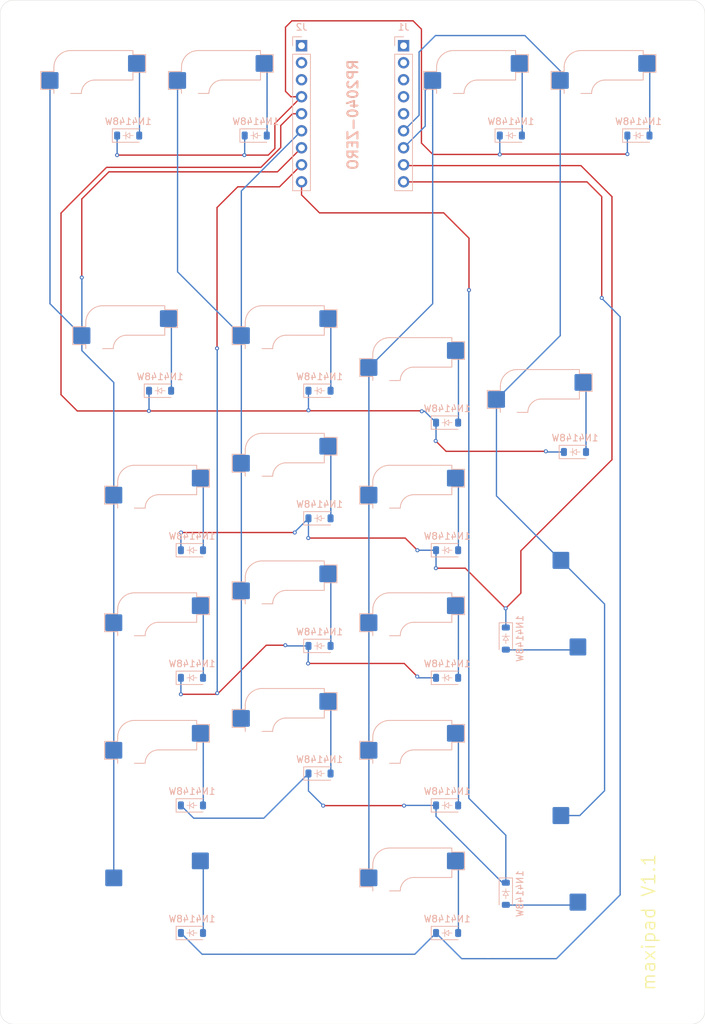
<source format=kicad_pcb>
(kicad_pcb (version 20240108) (generator "pcbnew") (generator_version "8.0")
  (layers (0 "F.Cu" signal) (31 "B.Cu" signal) (34 "B.Paste" user) (35 "F.Paste" user) (36 "B.SilkS" user "B.Silkscreen") (37 "F.SilkS" user "F.Silkscreen") (38 "B.Mask" user) (39 "F.Mask" user) (44 "Edge.Cuts" user))
  (net 0 "")
  (net 2 "COL0")
  (net 4 "COL2")
  (net 6 "COL3")
  (net 8 "COL1")
  (net 11 "ROW3")
  (net 12 "ROW5")
  (net 13 "ROW1")
  (net 14 "ROW4")
  (net 15 "ROW0")
  (net 16 "ROW2")
  (net 19 "Net-(D1-A)")
  (net 20 "Net-(D2-A)")
  (net 21 "Net-(D3-A)")
  (net 22 "Net-(D4-A)")
  (net 23 "Net-(D6-A)")
  (net 24 "Net-(D5-A)")
  (net 25 "Net-(D7-A)")
  (net 26 "Net-(D8-A)")
  (net 27 "Net-(D10-A)")
  (net 28 "Net-(D9-A)")
  (net 29 "Net-(D11-A)")
  (net 30 "Net-(D12-A)")
  (net 31 "Net-(D14-A)")
  (net 32 "Net-(D13-A)")
  (net 33 "Net-(D15-A)")
  (net 34 "Net-(D17-A)")
  (net 35 "Net-(D16-A)")
  (net 36 "Net-(D18-A)")
  (net 37 "Net-(D19-A)")
  (net 38 "Net-(D21-A)")
  (net 39 "Net-(D20-A)")
  (footprint "Diode_SMD:D_SOD-123" (layer "B.Cu") (at 139.202861 124.466567)
    (property "Reference" "D13" (hide yes))
    (property "Value" "1N4148W")
  )
  (footprint "MX_Hotswap:MX-Hotswap-1U" (layer "B.Cu") (at 172.7125 80.68 180)
    (property "Reference" "SW7")
    (property "Value" "SW7")
  )
  (footprint "MX_Hotswap:MX-Hotswap-1U" (layer "B.Cu") (at 172.7125 137.83 180)
    (property "Reference" "SW18")
    (property "Value" "SW18")
  )
  (footprint "MX_Hotswap:MX-Hotswap-1U" (layer "B.Cu") (at 153.6625 114.0175 180)
    (property "Reference" "SW14")
    (property "Value" "SW14")
  )
  (footprint "Diode_SMD:D_SOD-123" (layer "B.Cu") (at 177.302861 86.366567)
    (property "Reference" "D7" (hide yes))
    (property "Value" "1N4148W")
  )
  (footprint "Diode_SMD:D_SOD-123" (layer "B.Cu") (at 148.727861 43.504067)
    (property "Reference" "D2" (hide yes))
    (property "Value" "1N4148W")
  )
  (footprint "Diode_SMD:D_SOD-123" (layer "B.Cu") (at 134.440361 81.604067)
    (property "Reference" "D5" (hide yes))
    (property "Value" "1N4148W")
  )
  (footprint "MX_Hotswap:MX-Hotswap-1U" (layer "B.Cu") (at 201.2875 37.8175 180)
    (property "Reference" "SW4")
    (property "Value" "SW4")
  )
  (footprint "Diode_SMD:D_SOD-123" (layer "B.Cu") (at 205.877861 43.504067)
    (property "Reference" "D4" (hide yes))
    (property "Value" "1N4148W")
  )
  (footprint "MX_Hotswap:MX-Hotswap-2U" (layer "B.Cu") (at 191.7625 114.0175 90)
    (property "Reference" "SW12")
    (property "Value" "SW12")
  )
  (footprint "Diode_SMD:D_SOD-123" (layer "B.Cu") (at 177.302861 143.516567)
    (property "Reference" "D18" (hide yes))
    (property "Value" "1N4148W")
  )
  (footprint "MX_Hotswap:MX-Hotswap-2U-ReversedStabilizers" (layer "B.Cu") (at 134.6125 156.88 180)
    (property "Reference" "SW20")
    (property "Value" "SW20")
  )
  (footprint "MX_Hotswap:MX-Hotswap-1U" (layer "B.Cu") (at 182.2375 37.8175 180)
    (property "Reference" "SW3")
    (property "Value" "SW3")
  )
  (footprint "MX_Hotswap:MX-Hotswap-2U" (layer "B.Cu") (at 191.7625 152.1175 90)
    (property "Reference" "SW19")
    (property "Value" "SW19")
  )
  (footprint "MX_Hotswap:MX-Hotswap-1U" (layer "B.Cu") (at 134.6125 118.78 180)
    (property "Reference" "SW13")
    (property "Value" "SW13")
  )
  (footprint "MX_Hotswap:MX-Hotswap-1U" (layer "B.Cu") (at 153.6625 94.9675 180)
    (property "Reference" "SW10")
    (property "Value" "SW10")
  )
  (footprint "Diode_SMD:D_SOD-123" (layer "B.Cu") (at 139.202861 143.516567)
    (property "Reference" "D16" (hide yes))
    (property "Value" "1N4148W")
  )
  (footprint "Diode_SMD:D_SOD-123" (layer "B.Cu") (at 129.677861 43.504067)
    (property "Reference" "D1" (hide yes))
    (property "Value" "1N4148W")
  )
  (footprint "Diode_SMD:D_SOD-123" (layer "B.Cu") (at 158.252861 81.604067)
    (property "Reference" "D6" (hide yes))
    (property "Value" "1N4148W")
  )
  (footprint "Diode_SMD:D_SOD-123" (layer "B.Cu") (at 177.302861 162.566567)
    (property "Reference" "D21" (hide yes))
    (property "Value" "1N4148W")
  )
  (footprint "Diode_SMD:D_SOD-123" (layer "B.Cu") (at 177.302861 105.416567)
    (property "Reference" "D11" (hide yes))
    (property "Value" "1N4148W")
  )
  (footprint "MX_Hotswap:MX-Hotswap-1U" (layer "B.Cu") (at 125.0875 37.8175 180)
    (property "Reference" "SW1")
    (property "Value" "SW1")
  )
  (footprint "MX_Hotswap:MX-Hotswap-1U" (layer "B.Cu") (at 129.85 75.9175 180)
    (property "Reference" "SW5")
    (property "Value" "SW5")
  )
  (footprint "MX_Hotswap:MX-Hotswap-1U" (layer "B.Cu") (at 144.1375 37.8175 180)
    (property "Reference" "SW2")
    (property "Value" "SW2")
  )
  (footprint "MX_Hotswap:MX-Hotswap-1U" (layer "B.Cu") (at 172.7125 156.88 180)
    (property "Reference" "SW21")
    (property "Value" "SW21")
  )
  (footprint "MX_Hotswap:MX-Hotswap-1U" (layer "B.Cu") (at 172.7125 99.73 180)
    (property "Reference" "SW11")
    (property "Value" "SW11")
  )
  (footprint "MX_Hotswap:MX-Hotswap-1U" (layer "B.Cu") (at 153.6625 133.0675 180)
    (property "Reference" "SW17")
    (property "Value" "SW17")
  )
  (footprint "Diode_SMD:D_SOD-123" (layer "B.Cu") (at 139.202861 162.566567)
    (property "Reference" "D20" (hide yes))
    (property "Value" "1N4148W")
  )
  (footprint "MX_Hotswap:MX-Hotswap-1U" (layer "B.Cu") (at 134.6125 137.83 180)
    (property "Reference" "SW16")
    (property "Value" "SW16")
  )
  (footprint "Diode_SMD:D_SOD-123" (layer "B.Cu") (at 139.202861 105.416567)
    (property "Reference" "D9" (hide yes))
    (property "Value" "1N4148W")
  )
  (footprint "Diode_SMD:D_SOD-123" (layer "B.Cu") (at 158.252861 119.704067)
    (property "Reference" "D14" (hide yes))
    (property "Value" "1N4148W")
  )
  (footprint "Diode_SMD:D_SOD-123" (layer "B.Cu") (at 196.4 90.75)
    (property "Reference" "D8" (hide yes))
    (property "Value" "1N4148W")
  )
  (footprint "Connector_PinSocket_2.54mm:PinSocket_1x09_P2.54mm_Vertical" (layer "B.Cu") (at 155.5675 30.092244 180)
    (property "Reference" "J2")
    (property "Value" "Conn_01x09_Socket")
  )
  (footprint "Diode_SMD:D_SOD-123" (layer "B.Cu") (at 186.827861 43.504067)
    (property "Reference" "D3" (hide yes))
    (property "Value" "1N4148W")
  )
  (footprint "Diode_SMD:D_SOD-123" (layer "B.Cu") (at 186.075933 118.607861 -90)
    (property "Reference" "D12" (hide yes))
    (property "Value" "1N4148W")
  )
  (footprint "MX_Hotswap:MX-Hotswap-1U" (layer "B.Cu") (at 172.7125 118.78 180)
    (property "Reference" "SW15")
    (property "Value" "SW15")
  )
  (footprint "Diode_SMD:D_SOD-123" (layer "B.Cu") (at 158.252861 138.754067)
    (property "Reference" "D17" (hide yes))
    (property "Value" "1N4148W")
  )
  (footprint "Diode_SMD:D_SOD-123" (layer "B.Cu") (at 177.302861 124.466567)
    (property "Reference" "D15" (hide yes))
    (property "Value" "1N4148W")
  )
  (footprint "Diode_SMD:D_SOD-123" (layer "B.Cu") (at 158.252861 100.654067)
    (property "Reference" "D10" (hide yes))
    (property "Value" "1N4148W")
  )
  (footprint "MX_Hotswap:MX-Hotswap-1U" (layer "B.Cu") (at 134.6125 99.73 180)
    (property "Reference" "SW9")
    (property "Value" "SW9")
  )
  (footprint "Diode_SMD:D_SOD-123" (layer "B.Cu") (at 186.075933 156.707861 -90)
    (property "Reference" "D19" (hide yes))
    (property "Value" "1N4148W")
  )
  (footprint "Connector_PinSocket_2.54mm:PinSocket_1x09_P2.54mm_Vertical" (layer "B.Cu") (at 170.8075 30.092244 180)
    (property "Reference" "J1")
    (property "Value" "Conn_01x09_Socket")
  )
  (footprint "MX_Hotswap:MX-Hotswap-1U" (layer "B.Cu") (at 191.7625 85.4425 180)
    (property "Reference" "SW8")
    (property "Value" "SW8")
  )
  (footprint "MX_Hotswap:MX-Hotswap-1U" (layer "B.Cu") (at 153.6625 75.9175 180)
    (property "Reference" "SW6")
    (property "Value" "SW6")
  )
  (gr_line (start 112.5625 23.2925) (end 213.8125 23.2925) (stroke (width 0.05)) (layer "Edge.Cuts"))
  (gr_arc (start 215.8125 174.1675) (mid 215.226714 175.581714) (end 213.8125 176.1675) (stroke (width 0.05)) (layer "Edge.Cuts"))
  (gr_arc (start 112.5625 176.1675) (mid 111.148286 175.581714) (end 110.5625 174.1675) (stroke (width 0.05)) (layer "Edge.Cuts"))
  (gr_line (start 215.8125 25.2925) (end 215.8125 174.1675) (stroke (width 0.05)) (layer "Edge.Cuts"))
  (gr_line (start 110.5625 174.1675) (end 110.5625 25.2925) (stroke (width 0.05)) (layer "Edge.Cuts"))
  (gr_line (start 213.8125 176.1675) (end 112.5625 176.1675) (stroke (width 0.05)) (layer "Edge.Cuts"))
  (gr_arc (start 110.5625 25.2925) (mid 111.148286 23.878286) (end 112.5625 23.2925) (stroke (width 0.05)) (layer "Edge.Cuts"))
  (gr_arc (start 213.8125 23.2925) (mid 215.226714 23.878286) (end 215.8125 25.2925) (stroke (width 0.05)) (layer "Edge.Cuts"))
  (gr_text "RP2040-ZERO" (at 163.2375 40.3925 90) (layer "B.SilkS") (effects (font (size 1.5 1.5) (thickness 0.3)) (justify mirror)))
  (gr_text "maxipad V1.1" (at 208.5625 171.3175 90) (layer "F.SilkS") (effects (font (size 2 2) (thickness 0.2)) (justify left bottom)))
  (segment (start 122.75 52.975) (end 126.8 48.925) (width 0.2) (layer "F.Cu") (net 2))
  (segment (start 122.75 64.7) (end 122.75 52.975) (width 0.2) (layer "F.Cu") (net 2))
  (segment (start 151.974744 48.925) (end 155.5675 45.332244) (width 0.2) (layer "F.Cu") (net 2))
  (segment (start 126.8 48.925) (end 151.974744 48.925) (width 0.2) (layer "F.Cu") (net 2))
  (via (at 122.75 64.7) (size 0.6) (drill 0.3) (layers "F.Cu" "B.Cu") (net 2))
  (segment (start 122.765 64.715) (end 122.765 73.3775) (width 0.2) (layer "B.Cu") (net 2))
  (segment (start 122.765 75.610829) (end 122.765 73.3775) (width 0.2) (layer "B.Cu") (net 2))
  (segment (start 127.5275 154.34) (end 127.5275 80.373329) (width 0.2) (layer "B.Cu") (net 2))
  (segment (start 127.5275 80.373329) (end 122.765 75.610829) (width 0.2) (layer "B.Cu") (net 2))
  (segment (start 122.75 64.7) (end 122.765 64.715) (width 0.2) (layer "B.Cu") (net 2))
  (segment (start 118.0025 35.2775) (end 118.0025 68.615) (width 0.2) (layer "B.Cu") (net 2))
  (segment (start 118.0025 68.615) (end 122.765 73.3775) (width 0.2) (layer "B.Cu") (net 2))
  (segment (start 174.0375 36.7675) (end 174.0375 42.102244) (width 0.2) (layer "B.Cu") (net 4))
  (segment (start 175.1525 35.2775) (end 175.1525 68.615) (width 0.2) (layer "B.Cu") (net 4))
  (segment (start 175.1525 35.6525) (end 174.0375 36.7675) (width 0.2) (layer "B.Cu") (net 4))
  (segment (start 165.6275 78.14) (end 165.6275 154.34) (width 0.2) (layer "B.Cu") (net 4))
  (segment (start 174.0375 42.102244) (end 170.8075 45.332244) (width 0.2) (layer "B.Cu") (net 4))
  (segment (start 175.1525 68.615) (end 165.6275 78.14) (width 0.2) (layer "B.Cu") (net 4))
  (segment (start 165.6275 78.14) (end 165.6275 77.3725) (width 0.2) (layer "B.Cu") (net 4))
  (segment (start 175.1525 35.2775) (end 175.1525 35.6525) (width 0.2) (layer "B.Cu") (net 4))
  (segment (start 194.3025 106.9325) (end 200.825 113.455) (width 0.2) (layer "B.Cu") (net 6))
  (segment (start 197.1175 145.0325) (end 194.3025 145.0325) (width 0.2) (layer "B.Cu") (net 6))
  (segment (start 194.2025 33.8525) (end 188.925 28.575) (width 0.2) (layer "B.Cu") (net 6))
  (segment (start 184.6775 82.9025) (end 184.6775 97.3075) (width 0.2) (layer "B.Cu") (net 6))
  (segment (start 200.825 141.325) (end 197.1175 145.0325) (width 0.2) (layer "B.Cu") (net 6))
  (segment (start 200.825 113.455) (end 200.825 141.325) (width 0.2) (layer "B.Cu") (net 6))
  (segment (start 188.925 28.575) (end 175.575 28.575) (width 0.2) (layer "B.Cu") (net 6))
  (segment (start 173.125 31.025) (end 173.125 40.474744) (width 0.2) (layer "B.Cu") (net 6))
  (segment (start 184.6775 97.3075) (end 194.3025 106.9325) (width 0.2) (layer "B.Cu") (net 6))
  (segment (start 194.2025 73.3775) (end 184.6775 82.9025) (width 0.2) (layer "B.Cu") (net 6))
  (segment (start 194.2025 35.2775) (end 194.2025 33.8525) (width 0.2) (layer "B.Cu") (net 6))
  (segment (start 175.575 28.575) (end 173.125 31.025) (width 0.2) (layer "B.Cu") (net 6))
  (segment (start 173.125 40.474744) (end 170.8075 42.792244) (width 0.2) (layer "B.Cu") (net 6))
  (segment (start 194.2025 35.2775) (end 194.2025 73.3775) (width 0.2) (layer "B.Cu") (net 6))
  (segment (start 137.0525 63.8525) (end 146.5775 73.3775) (width 0.2) (layer "B.Cu") (net 8))
  (segment (start 137.0525 35.2775) (end 137.0525 63.8525) (width 0.2) (layer "B.Cu") (net 8))
  (segment (start 146.5775 73.3775) (end 146.5775 130.5275) (width 0.2) (layer "B.Cu") (net 8))
  (segment (start 146.5775 51.782244) (end 155.5675 42.792244) (width 0.2) (layer "B.Cu") (net 8))
  (segment (start 146.5775 73.3775) (end 146.5775 51.782244) (width 0.2) (layer "B.Cu") (net 8))
  (segment (start 142.975 126.75) (end 143.15 126.75) (width 0.2) (layer "F.Cu") (net 11))
  (segment (start 137.55 126.925) (end 142.975 126.925) (width 0.2) (layer "F.Cu") (net 11))
  (segment (start 143.15 126.75) (end 150.3 119.6) (width 0.2) (layer "F.Cu") (net 11))
  (segment (start 156.55 122.325) (end 170.9 122.325) (width 0.2) (layer "F.Cu") (net 11))
  (segment (start 170.9 122.325) (end 172.85 124.275) (width 0.2) (layer "F.Cu") (net 11))
  (segment (start 152.282209 51.157535) (end 155.5675 47.872244) (width 0.2) (layer "F.Cu") (net 11))
  (segment (start 142.975 126.925) (end 142.975 126.75) (width 0.2) (layer "F.Cu") (net 11))
  (segment (start 142.95 54.25) (end 146.042465 51.157535) (width 0.2) (layer "F.Cu") (net 11))
  (segment (start 142.975 126.925) (end 142.975 126.925) (width 0.2) (layer "F.Cu") (net 11))
  (segment (start 150.3 119.6) (end 153.15 119.6) (width 0.2) (layer "F.Cu") (net 11))
  (segment (start 142.95 75.275) (end 142.95 54.25) (width 0.2) (layer "F.Cu") (net 11))
  (segment (start 146.042465 51.157535) (end 152.282209 51.157535) (width 0.2) (layer "F.Cu") (net 11))
  (via (at 156.55 122.325) (size 0.6) (drill 0.3) (layers "F.Cu" "B.Cu") (net 11))
  (via (at 142.975 126.75) (size 0.6) (drill 0.3) (layers "F.Cu" "B.Cu") (net 11))
  (via (at 172.85 124.275) (size 0.6) (drill 0.3) (layers "F.Cu" "B.Cu") (net 11))
  (via (at 153.15 119.6) (size 0.6) (drill 0.3) (layers "F.Cu" "B.Cu") (net 11))
  (via (at 142.95 75.275) (size 0.6) (drill 0.3) (layers "F.Cu" "B.Cu") (net 11))
  (via (at 137.55 126.925) (size 0.6) (drill 0.3) (layers "F.Cu" "B.Cu") (net 11))
  (segment (start 153.254067 119.704067) (end 153.15 119.6) (width 0.2) (layer "B.Cu") (net 11))
  (segment (start 137.552861 124.466567) (end 137.552861 126.847139) (width 0.2) (layer "B.Cu") (net 11))
  (segment (start 156.602861 119.704067) (end 153.254067 119.704067) (width 0.2) (layer "B.Cu") (net 11))
  (segment (start 142.975 126.75) (end 142.975 75.3) (width 0.2) (layer "B.Cu") (net 11))
  (segment (start 137.55 126.85) (end 137.55 126.925) (width 0.2) (layer "B.Cu") (net 11))
  (segment (start 142.975 75.3) (end 142.95 75.275) (width 0.2) (layer "B.Cu") (net 11))
  (segment (start 156.602861 119.704067) (end 156.55 122.325) (width 0.2) (layer "B.Cu") (net 11))
  (segment (start 137.552861 126.847139) (end 137.55 126.85) (width 0.2) (layer "B.Cu") (net 11))
  (segment (start 156.55 122.325) (end 156.602861 122.347139) (width 0.2) (layer "B.Cu") (net 11))
  (segment (start 173.041567 124.466567) (end 175.652861 124.466567) (width 0.2) (layer "B.Cu") (net 11))
  (segment (start 137.475 126.925) (end 137.55 126.85) (width 0.2) (layer "B.Cu") (net 11))
  (segment (start 137.55 126.925) (end 137.475 126.925) (width 0.2) (layer "B.Cu") (net 11))
  (segment (start 172.85 124.275) (end 173.041567 124.466567) (width 0.2) (layer "B.Cu") (net 11))
  (segment (start 200.4 52.625) (end 198.2 50.425) (width 0.2) (layer "F.Cu") (net 12))
  (segment (start 198.2 50.425) (end 170.820256 50.425) (width 0.2) (layer "F.Cu") (net 12))
  (segment (start 200.4 67.75) (end 200.4 52.625) (width 0.2) (layer "F.Cu") (net 12))
  (segment (start 170.820256 50.425) (end 170.8075 50.412244) (width 0.2) (layer "F.Cu") (net 12))
  (via (at 200.4 67.75) (size 0.6) (drill 0.3) (layers "F.Cu" "B.Cu") (net 12))
  (segment (start 193.6306 166.3994) (end 203.15 156.88) (width 0.2) (layer "B.Cu") (net 12))
  (segment (start 172.480428 165.739) (end 140.725294 165.739) (width 0.2) (layer "B.Cu") (net 12))
  (segment (start 200.4 67.75) (end 200.35 67.75) (width 0.2) (layer "B.Cu") (net 12))
  (segment (start 179.485694 166.3994) (end 193.6306 166.3994) (width 0.2) (layer "B.Cu") (net 12))
  (segment (start 175.652861 162.566567) (end 172.480428 165.739) (width 0.2) (layer "B.Cu") (net 12))
  (segment (start 200.35 67.75) (end 200.375 67.775) (width 0.2) (layer "B.Cu") (net 12))
  (segment (start 200.4 67.8) (end 200.4 67.75) (width 0.2) (layer "B.Cu") (net 12))
  (segment (start 203.15 70.55) (end 200.4 67.8) (width 0.2) (layer "B.Cu") (net 12))
  (segment (start 140.725294 165.739) (end 137.552861 162.566567) (width 0.2) (layer "B.Cu") (net 12))
  (segment (start 203.15 156.88) (end 203.15 70.55) (width 0.2) (layer "B.Cu") (net 12))
  (segment (start 175.652861 162.566567) (end 179.485694 166.3994) (width 0.2) (layer "B.Cu") (net 12))
  (segment (start 154.227756 40.252244) (end 155.5675 40.252244) (width 0.2) (layer "F.Cu") (net 13))
  (segment (start 177.15 90.65) (end 175.6 89.1) (width 0.2) (layer "F.Cu") (net 13))
  (segment (start 156.6 84.525) (end 156.5 84.625) (width 0.2) (layer "F.Cu") (net 13))
  (segment (start 126.45 48.25) (end 149.505 48.25) (width 0.2) (layer "F.Cu") (net 13))
  (segment (start 173.525 84.675) (end 173.6 84.6) (width 0.2) (layer "F.Cu") (net 13))
  (segment (start 120.55 54.15) (end 126.45 48.25) (width 0.2) (layer "F.Cu") (net 13))
  (segment (start 173.6 84.6) (end 173.6 84.525) (width 0.2) (layer "F.Cu") (net 13))
  (segment (start 122.075 84.625) (end 119.65 82.2) (width 0.2) (layer "F.Cu") (net 13))
  (segment (start 192.05 90.65) (end 177.15 90.65) (width 0.2) (layer "F.Cu") (net 13))
  (segment (start 119.65 55.075) (end 120.55 54.175) (width 0.2) (layer "F.Cu") (net 13))
  (segment (start 156.6 84.525) (end 156.675 84.6) (width 0.2) (layer "F.Cu") (net 13))
  (segment (start 173.45 84.6) (end 173.525 84.675) (width 0.2) (layer "F.Cu") (net 13))
  (segment (start 152.4625 42.0175) (end 154.227756 40.252244) (width 0.2) (layer "F.Cu") (net 13))
  (segment (start 149.505 48.25) (end 152.4625 45.2925) (width 0.2) (layer "F.Cu") (net 13))
  (segment (start 156.5 84.625) (end 132.775 84.625) (width 0.2) (layer "F.Cu") (net 13))
  (segment (start 119.65 82.2) (end 119.65 55.075) (width 0.2) (layer "F.Cu") (net 13))
  (segment (start 152.4625 45.2925) (end 152.4625 42.0175) (width 0.2) (layer "F.Cu") (net 13))
  (segment (start 120.55 54.175) (end 120.55 54.15) (width 0.2) (layer "F.Cu") (net 13))
  (segment (start 132.775 84.625) (end 122.075 84.625) (width 0.2) (layer "F.Cu") (net 13))
  (segment (start 156.675 84.6) (end 173.45 84.6) (width 0.2) (layer "F.Cu") (net 13))
  (via (at 156.6 84.525) (size 0.6) (drill 0.3) (layers "F.Cu" "B.Cu") (net 13))
  (via (at 192.05 90.65) (size 0.6) (drill 0.3) (layers "F.Cu" "B.Cu") (net 13))
  (via (at 173.525 84.675) (size 0.6) (drill 0.3) (layers "F.Cu" "B.Cu") (net 13))
  (via (at 175.6 89.1) (size 0.6) (drill 0.3) (layers "F.Cu" "B.Cu") (net 13))
  (via (at 132.775 84.625) (size 0.6) (drill 0.3) (layers "F.Cu" "B.Cu") (net 13))
  (segment (start 192.15 90.75) (end 192.05 90.65) (width 0.2) (layer "B.Cu") (net 13))
  (segment (start 175.652861 86.366567) (end 175.652861 89.047139) (width 0.2) (layer "B.Cu") (net 13))
  (segment (start 173.961294 84.675) (end 175.652861 86.366567) (width 0.2) (layer "B.Cu") (net 13))
  (segment (start 173.525 84.675) (end 173.961294 84.675) (width 0.2) (layer "B.Cu") (net 13))
  (segment (start 175.652861 89.047139) (end 175.6 89.1) (width 0.2) (layer "B.Cu") (net 13))
  (segment (start 132.790361 84.609639) (end 132.775 84.625) (width 0.2) (layer "B.Cu") (net 13))
  (segment (start 156.6 84.525) (end 156.602861 84.522139) (width 0.2) (layer "B.Cu") (net 13))
  (segment (start 156.602861 81.604067) (end 156.602861 84.522139) (width 0.2) (layer "B.Cu") (net 13))
  (segment (start 194.75 90.75) (end 192.15 90.75) (width 0.2) (layer "B.Cu") (net 13))
  (segment (start 132.790361 81.604067) (end 132.790361 84.609639) (width 0.2) (layer "B.Cu") (net 13))
  (segment (start 176.8 55.05) (end 158.25 55.05) (width 0.2) (layer "F.Cu") (net 14))
  (segment (start 180.575 66.575) (end 180.575 58.825) (width 0.2) (layer "F.Cu") (net 14))
  (segment (start 158.8 143.55) (end 170.875 143.55) (width 0.2) (layer "F.Cu") (net 14))
  (segment (start 158.25 55.05) (end 155.5675 52.3675) (width 0.2) (layer "F.Cu") (net 14))
  (segment (start 180.575 58.825) (end 176.8 55.05) (width 0.2) (layer "F.Cu") (net 14))
  (segment (start 155.5675 52.3675) (end 155.5675 50.412244) (width 0.2) (layer "F.Cu") (net 14))
  (via (at 180.575 66.575) (size 0.6) (drill 0.3) (layers "F.Cu" "B.Cu") (net 14))
  (via (at 158.8 143.55) (size 0.6) (drill 0.3) (layers "F.Cu" "B.Cu") (net 14))
  (via (at 170.875 143.55) (size 0.6) (drill 0.3) (layers "F.Cu" "B.Cu") (net 14))
  (segment (start 175.652861 145.152861) (end 185.557861 155.057861) (width 0.2) (layer "B.Cu") (net 14))
  (segment (start 139.461294 145.425) (end 149.931928 145.425) (width 0.2) (layer "B.Cu") (net 14))
  (segment (start 185.557861 155.057861) (end 186.075933 155.057861) (width 0.2) (layer "B.Cu") (net 14))
  (segment (start 156.602861 138.754067) (end 156.602861 141.352861) (width 0.2) (layer "B.Cu") (net 14))
  (segment (start 180.55 142.45) (end 186.075933 147.975933) (width 0.2) (layer "B.Cu") (net 14))
  (segment (start 137.552861 143.516567) (end 139.461294 145.425) (width 0.2) (layer "B.Cu") (net 14))
  (segment (start 156.602861 141.352861) (end 158.8 143.55) (width 0.2) (layer "B.Cu") (net 14))
  (segment (start 175.652861 143.516567) (end 170.908433 143.516567) (width 0.2) (layer "B.Cu") (net 14))
  (segment (start 175.652861 143.516567) (end 175.652861 145.152861) (width 0.2) (layer "B.Cu") (net 14))
  (segment (start 149.931928 145.425) (end 156.602861 138.754067) (width 0.2) (layer "B.Cu") (net 14))
  (segment (start 186.075933 147.975933) (end 186.075933 155.057861) (width 0.2) (layer "B.Cu") (net 14))
  (segment (start 170.908433 143.516567) (end 170.875 143.55) (width 0.2) (layer "B.Cu") (net 14))
  (segment (start 180.575 66.575) (end 180.55 66.6) (width 0.2) (layer "B.Cu") (net 14))
  (segment (start 180.55 66.6) (end 180.55 142.45) (width 0.2) (layer "B.Cu") (net 14))
  (segment (start 153.175 27.325) (end 153.175 36.905) (width 0.2) (layer "F.Cu") (net 15))
  (segment (start 151.5875 41.692244) (end 155.5675 37.712244) (width 0.2) (layer "F.Cu") (net 15))
  (segment (start 154.125 26.375) (end 153.175 27.325) (width 0.2) (layer "F.Cu") (net 15))
  (segment (start 151.5875 45.4375) (end 151.5875 41.692244) (width 0.2) (layer "F.Cu") (net 15))
  (segment (start 173.475 27.625) (end 172.225 26.375) (width 0.2) (layer "F.Cu") (net 15))
  (segment (start 172.225 26.375) (end 154.125 26.375) (width 0.2) (layer "F.Cu") (net 15))
  (segment (start 204.225 46.275) (end 185.225 46.275) (width 0.2) (layer "F.Cu") (net 15))
  (segment (start 153.982244 37.712244) (end 155.5675 37.712244) (width 0.2) (layer "F.Cu") (net 15))
  (segment (start 173.475 44.625) (end 173.475 27.625) (width 0.2) (layer "F.Cu") (net 15))
  (segment (start 185.225 46.275) (end 185.175 46.325) (width 0.2) (layer "F.Cu") (net 15))
  (segment (start 185.175 46.325) (end 175.175 46.325) (width 0.2) (layer "F.Cu") (net 15))
  (segment (start 150.6 46.425) (end 151.5875 45.4375) (width 0.2) (layer "F.Cu") (net 15))
  (segment (start 128.025 46.425) (end 147.025 46.425) (width 0.2) (layer "F.Cu") (net 15))
  (segment (start 153.175 36.905) (end 153.982244 37.712244) (width 0.2) (layer "F.Cu") (net 15))
  (segment (start 147.025 46.425) (end 150.6 46.425) (width 0.2) (layer "F.Cu") (net 15))
  (segment (start 175.175 46.325) (end 173.475 44.625) (width 0.2) (layer "F.Cu") (net 15))
  (via (at 128.025 46.425) (size 0.6) (drill 0.3) (layers "F.Cu" "B.Cu") (net 15))
  (via (at 204.225 46.275) (size 0.6) (drill 0.3) (layers "F.Cu" "B.Cu") (net 15))
  (via (at 185.175 46.325) (size 0.6) (drill 0.3) (layers "F.Cu" "B.Cu") (net 15))
  (via (at 147.025 46.425) (size 0.6) (drill 0.3) (layers "F.Cu" "B.Cu") (net 15))
  (segment (start 204.227861 46.272139) (end 204.225 46.275) (width 0.2) (layer "B.Cu") (net 15))
  (segment (start 185.177861 46.322139) (end 185.175 46.325) (width 0.2) (layer "B.Cu") (net 15))
  (segment (start 185.177861 43.504067) (end 185.177861 46.322139) (width 0.2) (layer "B.Cu") (net 15))
  (segment (start 147.077861 46.372139) (end 147.077861 43.504067) (width 0.2) (layer "B.Cu") (net 15))
  (segment (start 128.027861 43.504067) (end 128.027861 46.422139) (width 0.2) (layer "B.Cu") (net 15))
  (segment (start 147.025 46.425) (end 147.077861 46.372139) (width 0.2) (layer "B.Cu") (net 15))
  (segment (start 128.027861 46.422139) (end 128.025 46.425) (width 0.2) (layer "B.Cu") (net 15))
  (segment (start 204.227861 43.504067) (end 204.227861 46.272139) (width 0.2) (layer "B.Cu") (net 15))
  (segment (start 204.225 46.275) (end 204.175 46.325) (width 0.2) (layer "B.Cu") (net 15))
  (segment (start 137.575 102.775) (end 154.55 102.775) (width 0.2) (layer "F.Cu") (net 16))
  (segment (start 156.575 103.6) (end 171.05 103.6) (width 0.2) (layer "F.Cu") (net 16))
  (segment (start 154.55 102.775) (end 154.525 102.775) (width 0.2) (layer "F.Cu") (net 16))
  (segment (start 188.325 111.825) (end 188.325 105.5) (width 0.2) (layer "F.Cu") (net 16))
  (segment (start 170.927756 47.9925) (end 170.8075 47.872244) (width 0.2) (layer "F.Cu") (net 16))
  (segment (start 186.05 114.1) (end 186.025 114.1) (width 0.2) (layer "F.Cu") (net 16))
  (segment (start 197.2925 47.9925) (end 170.927756 47.9925) (width 0.2) (layer "F.Cu") (net 16))
  (segment (start 186.05 114.1) (end 188.325 111.825) (width 0.2) (layer "F.Cu") (net 16))
  (segment (start 201.925 52.625) (end 197.2925 47.9925) (width 0.2) (layer "F.Cu") (net 16))
  (segment (start 201.925 91.9) (end 201.925 52.625) (width 0.2) (layer "F.Cu") (net 16))
  (segment (start 171.05 103.6) (end 172.875 105.425) (width 0.2) (layer "F.Cu") (net 16))
  (segment (start 188.325 105.5) (end 201.925 91.9) (width 0.2) (layer "F.Cu") (net 16))
  (segment (start 180.025 108.1) (end 175.625 108.1) (width 0.2) (layer "F.Cu") (net 16))
  (segment (start 186.025 114.1) (end 180.025 108.1) (width 0.2) (layer "F.Cu") (net 16))
  (via (at 137.575 102.775) (size 0.6) (drill 0.3) (layers "F.Cu" "B.Cu") (net 16))
  (via (at 175.625 108.1) (size 0.6) (drill 0.3) (layers "F.Cu" "B.Cu") (net 16))
  (via (at 154.55 102.775) (size 0.6) (drill 0.3) (layers "F.Cu" "B.Cu") (net 16))
  (via (at 172.875 105.425) (size 0.6) (drill 0.3) (layers "F.Cu" "B.Cu") (net 16))
  (via (at 186.05 114.1) (size 0.6) (drill 0.3) (layers "F.Cu" "B.Cu") (net 16))
  (via (at 156.575 103.6) (size 0.6) (drill 0.3) (layers "F.Cu" "B.Cu") (net 16))
  (segment (start 137.552861 105.416567) (end 137.552861 102.872139) (width 0.2) (layer "B.Cu") (net 16))
  (segment (start 186.075933 116.957861) (end 186.075933 114.125933) (width 0.2) (layer "B.Cu") (net 16))
  (segment (start 137.575 102.85) (end 137.575 102.775) (width 0.2) (layer "B.Cu") (net 16))
  (segment (start 175.652861 105.416567) (end 175.652861 108.072139) (width 0.2) (layer "B.Cu") (net 16))
  (segment (start 137.65 102.775) (end 137.65 102.775) (width 0.2) (layer "B.Cu") (net 16))
  (segment (start 175.652861 108.072139) (end 175.625 108.1) (width 0.2) (layer "B.Cu") (net 16))
  (segment (start 156.602861 100.654067) (end 156.595933 100.654067) (width 0.2) (layer "B.Cu") (net 16))
  (segment (start 137.552861 102.872139) (end 137.575 102.85) (width 0.2) (layer "B.Cu") (net 16))
  (segment (start 156.595933 100.654067) (end 154.55 102.7) (width 0.2) (layer "B.Cu") (net 16))
  (segment (start 154.55 102.7) (end 154.55 102.775) (width 0.2) (layer "B.Cu") (net 16))
  (segment (start 156.602861 100.654067) (end 156.602861 103.572139) (width 0.2) (layer "B.Cu") (net 16))
  (segment (start 172.883433 105.416567) (end 172.875 105.425) (width 0.2) (layer "B.Cu") (net 16))
  (segment (start 137.575 102.775) (end 137.65 102.775) (width 0.2) (layer "B.Cu") (net 16))
  (segment (start 156.602861 103.572139) (end 156.575 103.6) (width 0.2) (layer "B.Cu") (net 16))
  (segment (start 186.075933 114.125933) (end 186.05 114.1) (width 0.2) (layer "B.Cu") (net 16))
  (segment (start 175.652861 105.416567) (end 172.883433 105.416567) (width 0.2) (layer "B.Cu") (net 16))
  (segment (start 130.9295 32.7375) (end 131.3684 33.1764) (width 0.2) (layer "B.Cu") (net 19))
  (segment (start 131.3684 33.1764) (end 131.3684 43.463528) (width 0.2) (layer "B.Cu") (net 19))
  (segment (start 131.3684 43.463528) (end 131.327861 43.504067) (width 0.2) (layer "B.Cu") (net 19))
  (segment (start 150.4184 33.1764) (end 150.4184 43.463528) (width 0.2) (layer "B.Cu") (net 20))
  (segment (start 149.9795 32.7375) (end 150.4184 33.1764) (width 0.2) (layer "B.Cu") (net 20))
  (segment (start 150.4184 43.463528) (end 150.377861 43.504067) (width 0.2) (layer "B.Cu") (net 20))
  (segment (start 188.0795 32.7375) (end 188.5184 33.1764) (width 0.2) (layer "B.Cu") (net 21))
  (segment (start 188.5184 33.1764) (end 188.5184 43.463528) (width 0.2) (layer "B.Cu") (net 21))
  (segment (start 188.5184 43.463528) (end 188.477861 43.504067) (width 0.2) (layer "B.Cu") (net 21))
  (segment (start 207.1295 32.7375) (end 207.5684 33.1764) (width 0.2) (layer "B.Cu") (net 22))
  (segment (start 207.5684 43.463528) (end 207.527861 43.504067) (width 0.2) (layer "B.Cu") (net 22))
  (segment (start 207.5684 33.1764) (end 207.5684 43.463528) (width 0.2) (layer "B.Cu") (net 22))
  (segment (start 159.5045 70.8375) (end 159.9434 71.2764) (width 0.2) (layer "B.Cu") (net 23))
  (segment (start 159.9434 71.2764) (end 159.9434 81.563528) (width 0.2) (layer "B.Cu") (net 23))
  (segment (start 159.9434 81.563528) (end 159.902861 81.604067) (width 0.2) (layer "B.Cu") (net 23))
  (segment (start 136.1309 71.2764) (end 136.1309 81.563528) (width 0.2) (layer "B.Cu") (net 24))
  (segment (start 136.1309 81.563528) (end 136.090361 81.604067) (width 0.2) (layer "B.Cu") (net 24))
  (segment (start 135.692 70.8375) (end 136.1309 71.2764) (width 0.2) (layer "B.Cu") (net 24))
  (segment (start 178.5545 75.6) (end 179 76.0455) (width 0.2) (layer "B.Cu") (net 25))
  (segment (start 179 86.319428) (end 178.952861 86.366567) (width 0.2) (layer "B.Cu") (net 25))
  (segment (start 179 76.0455) (end 179 86.319428) (width 0.2) (layer "B.Cu") (net 25))
  (segment (start 197.6045 80.3625) (end 198.05 80.808) (width 0.2) (layer "B.Cu") (net 26))
  (segment (start 198.05 80.808) (end 198.05 90.75) (width 0.2) (layer "B.Cu") (net 26))
  (segment (start 159.9434 90.3264) (end 159.9434 100.613528) (width 0.2) (layer "B.Cu") (net 27))
  (segment (start 159.9434 100.613528) (end 159.902861 100.654067) (width 0.2) (layer "B.Cu") (net 27))
  (segment (start 159.5045 89.8875) (end 159.9434 90.3264) (width 0.2) (layer "B.Cu") (net 27))
  (segment (start 140.8934 95.0889) (end 140.8934 105.376028) (width 0.2) (layer "B.Cu") (net 28))
  (segment (start 140.4545 94.65) (end 140.8934 95.0889) (width 0.2) (layer "B.Cu") (net 28))
  (segment (start 140.8934 105.376028) (end 140.852861 105.416567) (width 0.2) (layer "B.Cu") (net 28))
  (segment (start 178.5545 94.65) (end 178.9934 95.0889) (width 0.2) (layer "B.Cu") (net 29))
  (segment (start 178.9934 95.0889) (end 178.9934 105.376028) (width 0.2) (layer "B.Cu") (net 29))
  (segment (start 178.9934 105.376028) (end 178.952861 105.416567) (width 0.2) (layer "B.Cu") (net 29))
  (segment (start 196.4036 120.2984) (end 186.116472 120.2984) (width 0.2) (layer "B.Cu") (net 30))
  (segment (start 196.8425 119.8595) (end 196.4036 120.2984) (width 0.2) (layer "B.Cu") (net 30))
  (segment (start 186.116472 120.2984) (end 186.075933 120.257861) (width 0.2) (layer "B.Cu") (net 30))
  (segment (start 159.9434 109.3764) (end 159.9434 119.663528) (width 0.2) (layer "B.Cu") (net 31))
  (segment (start 159.9434 119.663528) (end 159.902861 119.704067) (width 0.2) (layer "B.Cu") (net 31))
  (segment (start 159.5045 108.9375) (end 159.9434 109.3764) (width 0.2) (layer "B.Cu") (net 31))
  (segment (start 140.8934 114.1389) (end 140.8934 124.426028) (width 0.2) (layer "B.Cu") (net 32))
  (segment (start 140.4545 113.7) (end 140.8934 114.1389) (width 0.2) (layer "B.Cu") (net 32))
  (segment (start 140.8934 124.426028) (end 140.852861 124.466567) (width 0.2) (layer "B.Cu") (net 32))
  (segment (start 178.9934 114.1389) (end 178.9934 124.426028) (width 0.2) (layer "B.Cu") (net 33))
  (segment (start 178.5545 113.7) (end 178.9934 114.1389) (width 0.2) (layer "B.Cu") (net 33))
  (segment (start 178.9934 124.426028) (end 178.952861 124.466567) (width 0.2) (layer "B.Cu") (net 33))
  (segment (start 159.5045 127.9875) (end 159.9434 128.4264) (width 0.2) (layer "B.Cu") (net 34))
  (segment (start 159.9434 128.4264) (end 159.9434 138.713528) (width 0.2) (layer "B.Cu") (net 34))
  (segment (start 159.9434 138.713528) (end 159.902861 138.754067) (width 0.2) (layer "B.Cu") (net 34))
  (segment (start 140.8934 133.1889) (end 140.8934 143.476028) (width 0.2) (layer "B.Cu") (net 35))
  (segment (start 140.4545 132.75) (end 140.8934 133.1889) (width 0.2) (layer "B.Cu") (net 35))
  (segment (start 140.8934 143.476028) (end 140.852861 143.516567) (width 0.2) (layer "B.Cu") (net 35))
  (segment (start 178.9934 143.476028) (end 178.952861 143.516567) (width 0.2) (layer "B.Cu") (net 36))
  (segment (start 178.5545 132.75) (end 178.9934 133.1889) (width 0.2) (layer "B.Cu") (net 36))
  (segment (start 178.9934 133.1889) (end 178.9934 143.476028) (width 0.2) (layer "B.Cu") (net 36))
  (segment (start 196.4036 158.3984) (end 186.116472 158.3984) (width 0.2) (layer "B.Cu") (net 37))
  (segment (start 186.116472 158.3984) (end 186.075933 158.357861) (width 0.2) (layer "B.Cu") (net 37))
  (segment (start 196.8425 157.9595) (end 196.4036 158.3984) (width 0.2) (layer "B.Cu") (net 37))
  (segment (start 178.5545 151.8) (end 178.9934 152.2389) (width 0.2) (layer "B.Cu") (net 38))
  (segment (start 178.9934 152.2389) (end 178.9934 162.526028) (width 0.2) (layer "B.Cu") (net 38))
  (segment (start 178.9934 162.526028) (end 178.952861 162.566567) (width 0.2) (layer "B.Cu") (net 38))
  (segment (start 140.8934 162.526028) (end 140.852861 162.566567) (width 0.2) (layer "B.Cu") (net 39))
  (segment (start 140.4545 151.8) (end 140.8934 152.2389) (width 0.2) (layer "B.Cu") (net 39))
  (segment (start 140.8934 152.2389) (end 140.8934 162.526028) (width 0.2) (layer "B.Cu") (net 39))
)
</source>
